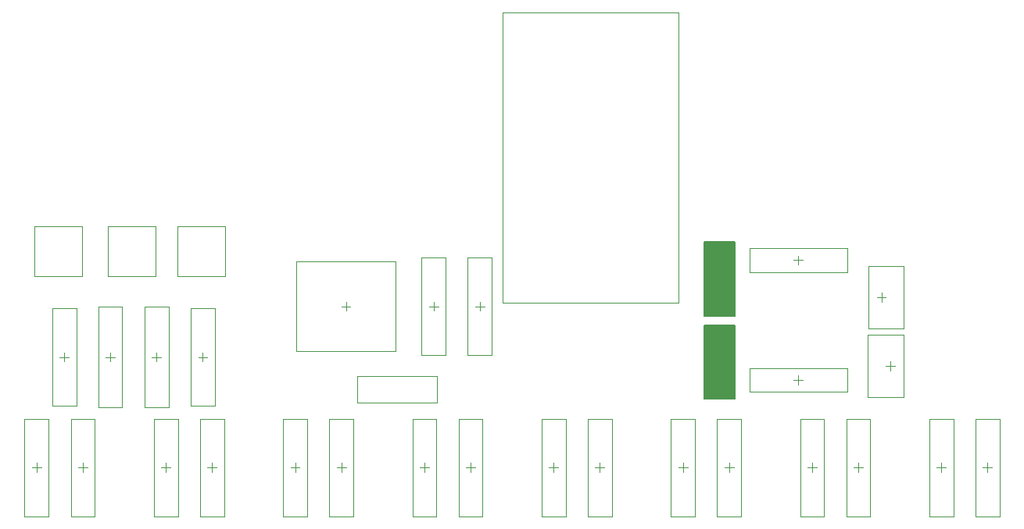
<source format=gbr>
G04*
G04 #@! TF.GenerationSoftware,Altium Limited,Altium Designer,24.5.1 (21)*
G04*
G04 Layer_Color=32768*
%FSLAX25Y25*%
%MOIN*%
G70*
G04*
G04 #@! TF.SameCoordinates,3106325B-D942-48A4-ABE3-467AB4579E9E*
G04*
G04*
G04 #@! TF.FilePolarity,Positive*
G04*
G01*
G75*
%ADD10C,0.00394*%
%ADD11C,0.00600*%
%ADD56C,0.00197*%
G36*
X336020Y131730D02*
Y163230D01*
X349020D01*
Y131730D01*
X336020D01*
D02*
G37*
G36*
X349020Y198663D02*
Y167163D01*
X336020D01*
Y198663D01*
X349020D01*
D02*
G37*
D10*
X216535Y100394D02*
Y104331D01*
X214567Y102362D02*
X218504D01*
X240158Y169291D02*
Y173228D01*
X238189Y171260D02*
X242126D01*
X220472Y169291D02*
Y173228D01*
X218504Y171260D02*
X222441D01*
X324803Y172638D02*
Y296654D01*
X250000D02*
X324803D01*
X250000Y172638D02*
Y296654D01*
Y172638D02*
X324803D01*
X374016Y139764D02*
X377953D01*
X375984Y137795D02*
Y141732D01*
X374016Y190945D02*
X377953D01*
X375984Y188976D02*
Y192913D01*
X411417Y173228D02*
Y177165D01*
X409449Y175197D02*
X413386D01*
X413386Y145669D02*
X417323D01*
X415354Y143701D02*
Y147638D01*
X61024Y149606D02*
X64961D01*
X62992Y147638D02*
Y151575D01*
X102362Y147638D02*
Y151575D01*
X100394Y149606D02*
X104331D01*
X82677Y147638D02*
Y151575D01*
X80709Y149606D02*
X84646D01*
X120079D02*
X124016D01*
X122047Y147638D02*
Y151575D01*
X456693Y100394D02*
Y104331D01*
X454724Y102362D02*
X458661D01*
X437008Y100394D02*
Y104331D01*
X435039Y102362D02*
X438976D01*
X401575Y100394D02*
Y104331D01*
X399606Y102362D02*
X403543D01*
X381890Y100394D02*
Y104331D01*
X379921Y102362D02*
X383858D01*
X346457Y100394D02*
Y104331D01*
X344488Y102362D02*
X348425D01*
X326772Y100394D02*
Y104331D01*
X324803Y102362D02*
X328740D01*
X291339Y100394D02*
Y104331D01*
X289370Y102362D02*
X293307D01*
X271654Y100394D02*
Y104331D01*
X269685Y102362D02*
X273622D01*
X236221Y100394D02*
Y104331D01*
X234252Y102362D02*
X238189D01*
X181102Y100394D02*
Y104331D01*
X179134Y102362D02*
X183071D01*
X161417Y100394D02*
Y104331D01*
X159449Y102362D02*
X163386D01*
X125984Y100394D02*
Y104331D01*
X124016Y102362D02*
X127953D01*
X106299Y100394D02*
Y104331D01*
X104331Y102362D02*
X108268D01*
X70866Y100394D02*
Y104331D01*
X68898Y102362D02*
X72835D01*
X51181Y100394D02*
Y104331D01*
X49213Y102362D02*
X53150D01*
X183071Y169291D02*
Y173228D01*
X181102Y171260D02*
X185039D01*
D11*
X336020Y167163D02*
X349020D01*
X336020D02*
Y198663D01*
X349020D01*
Y167163D02*
Y198663D01*
X336020Y163230D02*
X349020D01*
Y131730D02*
Y163230D01*
X336020Y131730D02*
X349020D01*
X336020D02*
Y163230D01*
D56*
X187894Y130098D02*
Y141555D01*
X221870D01*
Y130098D02*
Y141555D01*
X187894Y130098D02*
X221870D01*
X211417Y123130D02*
X221654D01*
X211417Y81595D02*
Y123130D01*
X221654Y81595D02*
Y123130D01*
X211417Y81595D02*
X221654D01*
X235039Y192028D02*
X245276D01*
X235039Y150492D02*
Y192028D01*
X245276Y150492D02*
Y192028D01*
X235039Y150492D02*
X245276D01*
X215354D02*
X225590D01*
Y192028D01*
X215354Y150492D02*
Y192028D01*
X225590D01*
X355217Y134646D02*
Y144882D01*
Y134646D02*
X396752D01*
X355217Y144882D02*
X396752D01*
Y134646D02*
Y144882D01*
X396752Y185827D02*
Y196063D01*
X355217D02*
X396752D01*
X355217Y185827D02*
X396752D01*
X355217D02*
Y196063D01*
X405768Y161811D02*
X421063D01*
Y188583D01*
X405768D02*
X421063D01*
X405768Y161811D02*
Y188583D01*
X421004Y132283D02*
Y159055D01*
X405709Y132283D02*
X421004D01*
X405709D02*
Y159055D01*
X421004D01*
X111221Y205610D02*
X131516D01*
X111221Y184153D02*
Y205610D01*
Y184153D02*
X131516D01*
Y205610D01*
X57874Y170374D02*
X68110D01*
X57874Y128839D02*
Y170374D01*
X68110Y128839D02*
Y170374D01*
X57874Y128839D02*
X68110D01*
X97323Y128248D02*
Y170965D01*
Y170965D02*
X107402D01*
X97323Y128248D02*
X107402D01*
Y128248D02*
Y170965D01*
X87717Y128248D02*
Y170965D01*
X77638Y128248D02*
X87717D01*
X77638Y170965D02*
X87717D01*
X77638Y128248D02*
Y170965D01*
X116929Y170374D02*
X127165D01*
X116929Y128839D02*
Y170374D01*
X127165Y128839D02*
Y170374D01*
X116929Y128839D02*
X127165D01*
X101988Y184153D02*
Y205610D01*
X81693Y184153D02*
X101988D01*
X81693D02*
Y205610D01*
X101988D01*
X50197D02*
X70492D01*
X50197Y184153D02*
Y205610D01*
Y184153D02*
X70492D01*
Y205610D01*
X451575Y81595D02*
X461811D01*
Y123130D01*
X451575Y81595D02*
Y123130D01*
X461811D01*
X431890D02*
X442126D01*
X431890Y81595D02*
Y123130D01*
X442126Y81595D02*
Y123130D01*
X431890Y81595D02*
X442126D01*
X396457Y81595D02*
X406693D01*
Y123130D01*
X396457Y81595D02*
Y123130D01*
X406693D01*
X376772Y123130D02*
X387008D01*
X376772Y81595D02*
Y123130D01*
X387008Y81595D02*
Y123130D01*
X376772Y81595D02*
X387008D01*
X341339D02*
X351575D01*
Y123130D01*
X341339Y81595D02*
Y123130D01*
X351575D01*
X321654D02*
X331890D01*
X321654Y81595D02*
Y123130D01*
X331890Y81595D02*
Y123130D01*
X321654Y81595D02*
X331890D01*
X286221D02*
X296457D01*
Y123130D01*
X286221Y81595D02*
Y123130D01*
X296457D01*
X266535D02*
X276772D01*
X266535Y81595D02*
Y123130D01*
X276772Y81595D02*
Y123130D01*
X266535Y81595D02*
X276772D01*
X231102D02*
X241339D01*
Y123130D01*
X231102Y81595D02*
Y123130D01*
X241339D01*
X175984Y81595D02*
X186221D01*
Y123130D01*
X175984Y81595D02*
Y123130D01*
X186221D01*
X156299D02*
X166535D01*
X156299Y81595D02*
Y123130D01*
X166535Y81595D02*
Y123130D01*
X156299Y81595D02*
X166535D01*
X120866D02*
X131102D01*
Y123130D01*
X120866Y81595D02*
Y123130D01*
X131102D01*
X101181D02*
X111417D01*
X101181Y81595D02*
Y123130D01*
X111417Y81595D02*
Y123130D01*
X101181Y81595D02*
X111417D01*
X65748D02*
X75984D01*
Y123130D01*
X65748Y81595D02*
Y123130D01*
X75984D01*
X46063D02*
X56299D01*
X46063Y81595D02*
Y123130D01*
X56299Y81595D02*
Y123130D01*
X46063Y81595D02*
X56299D01*
X162008Y152165D02*
X204134D01*
X162008Y190354D02*
X204134D01*
X162008Y152165D02*
Y190354D01*
X204134Y152165D02*
Y190354D01*
M02*

</source>
